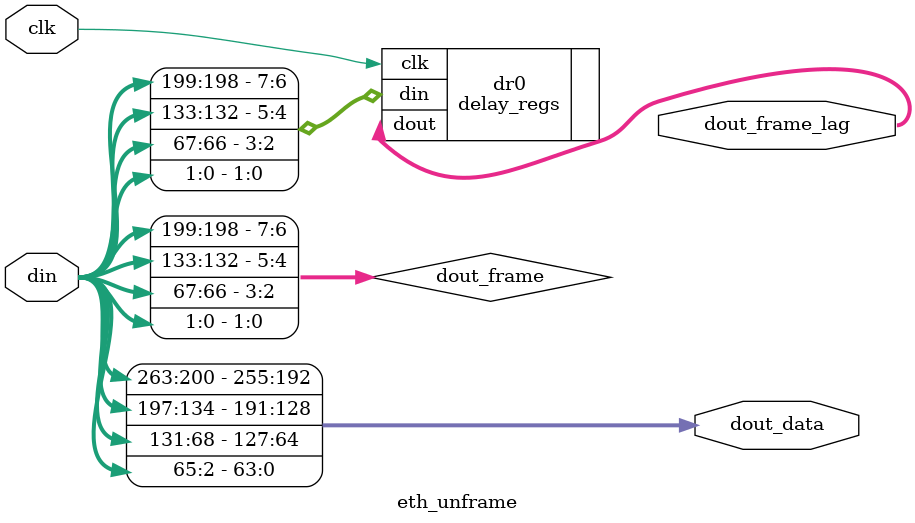
<source format=v>



`timescale 1 ps / 1 ps
// baeckler - 08-21-2012

module eth_unframe #(
	parameter WORDS = 4,
	parameter LATENCY = 2
)(
	input clk,
	input [66*WORDS-1:0] din,
	output [2*WORDS-1:0] dout_frame_lag,
	output [64*WORDS-1:0] dout_data	
);

wire [2*WORDS-1:0] dout_frame;
genvar i;
generate
	for (i=0; i<WORDS; i=i+1) begin : lp
		// split the framing and data bits
		assign 
            {dout_data[(i+1)*64-1:i*64],
             dout_frame[(i+1)*2-1:i*2]} = din[(i+1)*66-1:i*66];
    end
endgenerate	

// delay the framing bits 
delay_regs dr0 (
	.clk(clk),
	.din (dout_frame),
	.dout (dout_frame_lag)
);
defparam dr0 .WIDTH = 2*WORDS;
defparam dr0 .LATENCY = LATENCY;

endmodule
// BENCHMARK INFO :  5SGXEA7N2F45C2ES
// BENCHMARK INFO :  Max depth :  0.0 LUTs
// BENCHMARK INFO :  Combinational ALUTs : 0
// BENCHMARK INFO :  Memory ALUTs : 0
// BENCHMARK INFO :  Dedicated logic registers : 16
// BENCHMARK INFO :  Total block memory bits : 0
// BENCHMARK INFO :  Worst setup path @ 468.75MHz : 1.531 ns, From delay_regs:dr0|storage[5], To delay_regs:dr0|storage[13]}
// BENCHMARK INFO :  Worst setup path @ 468.75MHz : 1.534 ns, From delay_regs:dr0|storage[6], To delay_regs:dr0|storage[14]}
// BENCHMARK INFO :  Worst setup path @ 468.75MHz : 1.536 ns, From delay_regs:dr0|storage[4], To delay_regs:dr0|storage[12]}

</source>
